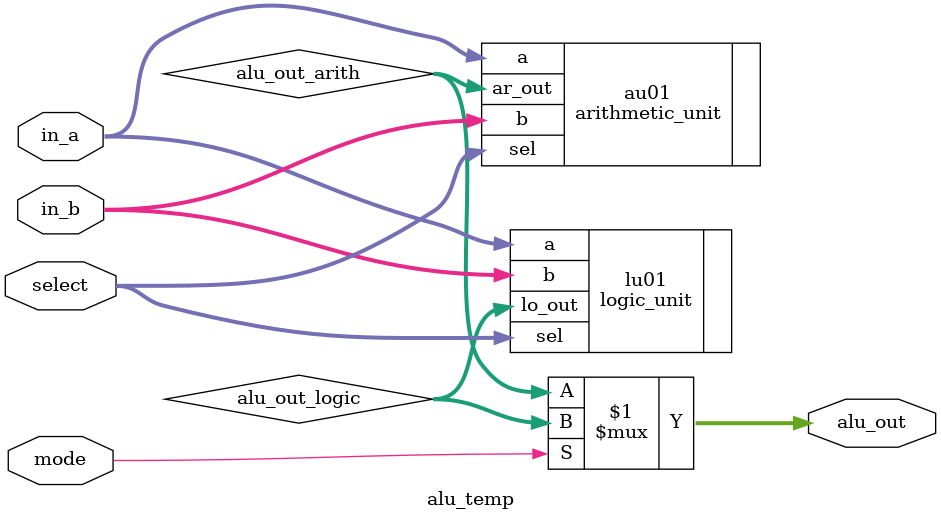
<source format=v>
module alu_temp (
input wire [15:0] in_a,
input wire [15:0] in_b,
input wire [3:0] select,
input wire mode,
output wire [15:0] alu_out
);
    wire [15:0] alu_out_logic, alu_out_arith;

    logic_unit lu01 (
        .a(in_a), 
        .b(in_b), 
        .sel(select), 
        .lo_out(alu_out_logic)
    );

    arithmetic_unit au01 ( 
        .a(in_a), 
        .b(in_b), 
        .sel(select), 
        .ar_out(alu_out_arith)
    );

    assign alu_out = mode ? alu_out_logic : alu_out_arith;
endmodule

</source>
